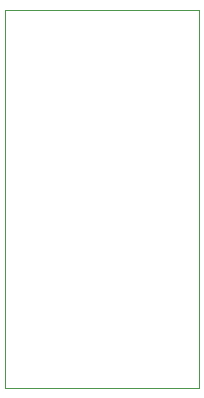
<source format=gbr>
%TF.GenerationSoftware,KiCad,Pcbnew,(6.0.5)*%
%TF.CreationDate,2023-11-29T10:07:13+07:00*%
%TF.ProjectId,conn_station,636f6e6e-5f73-4746-9174-696f6e2e6b69,rev?*%
%TF.SameCoordinates,Original*%
%TF.FileFunction,Profile,NP*%
%FSLAX46Y46*%
G04 Gerber Fmt 4.6, Leading zero omitted, Abs format (unit mm)*
G04 Created by KiCad (PCBNEW (6.0.5)) date 2023-11-29 10:07:13*
%MOMM*%
%LPD*%
G01*
G04 APERTURE LIST*
%TA.AperFunction,Profile*%
%ADD10C,0.100000*%
%TD*%
G04 APERTURE END LIST*
D10*
X99000000Y-59200000D02*
X115400000Y-59200000D01*
X115400000Y-59200000D02*
X115400000Y-91200000D01*
X115400000Y-91200000D02*
X99000000Y-91200000D01*
X99000000Y-91200000D02*
X99000000Y-59200000D01*
M02*

</source>
